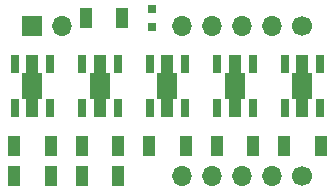
<source format=gts>
%TF.GenerationSoftware,KiCad,Pcbnew,(5.1.8)-1*%
%TF.CreationDate,2021-03-06T21:21:54+09:00*%
%TF.ProjectId,led_driver,6c65645f-6472-4697-9665-722e6b696361,rev?*%
%TF.SameCoordinates,PX7df6180PY3a22d00*%
%TF.FileFunction,Soldermask,Top*%
%TF.FilePolarity,Negative*%
%FSLAX46Y46*%
G04 Gerber Fmt 4.6, Leading zero omitted, Abs format (unit mm)*
G04 Created by KiCad (PCBNEW (5.1.8)-1) date 2021-03-06 21:21:54*
%MOMM*%
%LPD*%
G01*
G04 APERTURE LIST*
%ADD10C,1.700000*%
%ADD11O,1.700000X1.700000*%
%ADD12R,1.700000X1.700000*%
%ADD13R,0.700000X1.500000*%
%ADD14R,1.000000X1.500000*%
%ADD15R,1.800000X2.200000*%
%ADD16R,1.050000X1.800000*%
%ADD17R,0.800000X0.800000*%
G04 APERTURE END LIST*
D10*
%TO.C,J2*%
X25400000Y2540000D03*
D11*
X22860000Y2540000D03*
X20320000Y2540000D03*
X17780000Y2540000D03*
X15240000Y2540000D03*
%TD*%
%TO.C,J3*%
X15240000Y15240000D03*
X17780000Y15240000D03*
X20320000Y15240000D03*
X22860000Y15240000D03*
D10*
X25400000Y15240000D03*
%TD*%
D12*
%TO.C,J1*%
X2540000Y15240000D03*
D11*
X5080000Y15240000D03*
%TD*%
D13*
%TO.C,J5*%
X23900000Y8310000D03*
D14*
X25400000Y8310000D03*
D13*
X26900000Y8310000D03*
X26900000Y12010000D03*
D14*
X25400000Y12010000D03*
D13*
X23900000Y12010000D03*
D15*
X25400000Y10160000D03*
%TD*%
%TO.C,J6*%
X19685000Y10160000D03*
D13*
X18185000Y12010000D03*
D14*
X19685000Y12010000D03*
D13*
X21185000Y12010000D03*
X21185000Y8310000D03*
D14*
X19685000Y8310000D03*
D13*
X18185000Y8310000D03*
%TD*%
%TO.C,J7*%
X12470000Y8310000D03*
D14*
X13970000Y8310000D03*
D13*
X15470000Y8310000D03*
X15470000Y12010000D03*
D14*
X13970000Y12010000D03*
D13*
X12470000Y12010000D03*
D15*
X13970000Y10160000D03*
%TD*%
D13*
%TO.C,J10*%
X6755000Y8310000D03*
D14*
X8255000Y8310000D03*
D13*
X9755000Y8310000D03*
X9755000Y12010000D03*
D14*
X8255000Y12010000D03*
D13*
X6755000Y12010000D03*
D15*
X8255000Y10160000D03*
%TD*%
%TO.C,J11*%
X2540000Y10160000D03*
D13*
X1040000Y12010000D03*
D14*
X2540000Y12010000D03*
D13*
X4040000Y12010000D03*
X4040000Y8310000D03*
D14*
X2540000Y8310000D03*
D13*
X1040000Y8310000D03*
%TD*%
D16*
%TO.C,R1*%
X26950000Y5080000D03*
X23850000Y5080000D03*
%TD*%
%TO.C,R2*%
X18135000Y5080000D03*
X21235000Y5080000D03*
%TD*%
%TO.C,R3*%
X15520000Y5080000D03*
X12420000Y5080000D03*
%TD*%
%TO.C,R4*%
X9805000Y5080000D03*
X6705000Y5080000D03*
%TD*%
%TO.C,R5*%
X4090000Y5080000D03*
X990000Y5080000D03*
%TD*%
%TO.C,R6*%
X9805000Y2540000D03*
X6705000Y2540000D03*
%TD*%
%TO.C,R7*%
X4090000Y2540000D03*
X990000Y2540000D03*
%TD*%
D17*
%TO.C,LED1*%
X12700000Y16625000D03*
X12700000Y15125000D03*
%TD*%
D16*
%TO.C,R8*%
X7060000Y15875000D03*
X10160000Y15875000D03*
%TD*%
M02*

</source>
